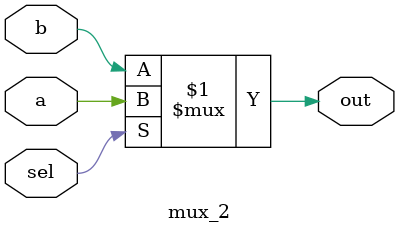
<source format=v>
module mux_2 (
  input a,
  input b,
  input sel,
  output out
);
  assign out = sel? a: b;
endmodule

</source>
